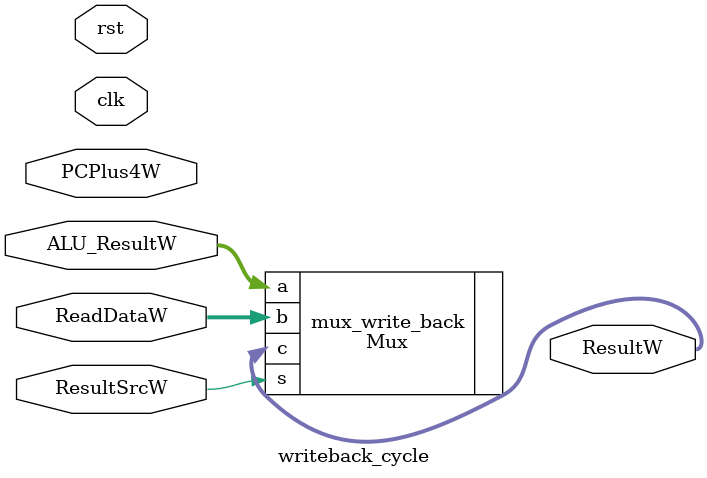
<source format=v>
module writeback_cycle(clk, rst, ResultSrcW, PCPlus4W, ALU_ResultW, ReadDataW, ResultW);
input clk, rst, ResultSrcW;
input [31:0] PCPlus4W, ALU_ResultW, ReadDataW;
output [31:0] ResultW;

Mux mux_write_back(.a(ALU_ResultW),
     .b(ReadDataW), 
     .s(ResultSrcW),
     .c(ResultW));
endmodule

</source>
